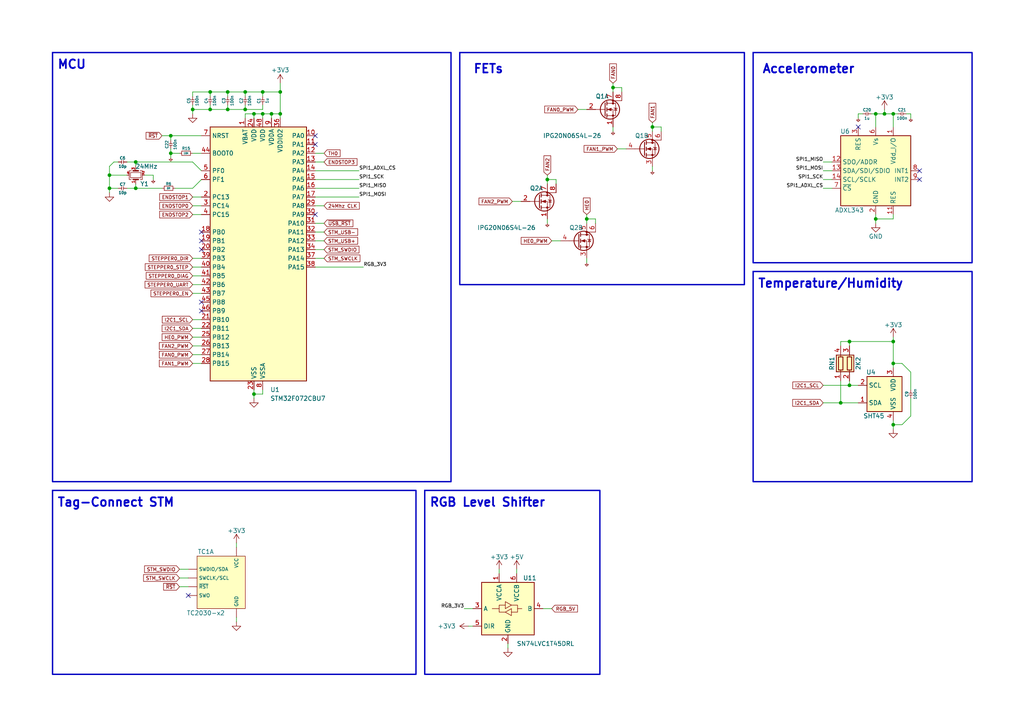
<source format=kicad_sch>
(kicad_sch (version 20230121) (generator eeschema)
  (paper "A4")
  (lib_symbols
    (symbol "Device:Crystal_GND24_Small" (pin_names (offset 1.016) hide)
      (property "Reference" "Y" (at 1.27 4.445 0))
      (property "Value" "Crystal_GND24_Small" (at 1.27 2.54 0))
      (symbol "Crystal_GND24_Small_0_1"
        (rectangle (start -0.762 -1.524) (end 0.762 1.524))
        (polyline (pts (xy -1.27 -0.762) (xy -1.27 0.762)) (stroke (width 0.381)))
        (polyline (pts (xy 1.27 -0.762) (xy 1.27 0.762)) (stroke (width 0.381)))
        (polyline (pts (xy -1.27 -1.27) (xy -1.27 -1.905) (xy 1.27 -1.905) (xy 1.27 -1.27)))
        (polyline (pts (xy -1.27 1.27) (xy -1.27 1.905) (xy 1.27 1.905) (xy 1.27 1.27)))
      )
      (symbol "Crystal_GND24_Small_1_1"
        (pin passive line (at -2.54 0 0) (length 1.27) (name "1") (number "1"))
        (pin passive line (at 0 -2.54 90) (length 0.635) (name "2") (number "2"))
        (pin passive line (at 2.54 0 180) (length 1.27) (name "3") (number "3"))
        (pin passive line (at 0 2.54 270) (length 0.635) (name "4") (number "4"))
      )
    )
    (symbol "Device:Q_Dual_NMOS_S1G1S2G2D2D2D1D1" (pin_names (offset 0) hide)
      (property "Reference" "Q" (at 5.08 1.27 0))
      (property "Value" "Q_Dual_NMOS_S1G1S2G2D2D2D1D1" (at 5.08 -1.27 0))
      (symbol "Q_Dual_NMOS_S1G1S2G2D2D2D1D1_0_1"
        (polyline (pts (xy 0.254 0) (xy -2.54 0)))
        (polyline (pts (xy 0.254 1.905) (xy 0.254 -1.905)) (stroke (width 0.254)))
        (polyline (pts (xy 0.762 -1.27) (xy 0.762 -2.286)) (stroke (width 0.254)))
        (polyline (pts (xy 0.762 0.508) (xy 0.762 -0.508)) (stroke (width 0.254)))
        (polyline (pts (xy 0.762 2.286) (xy 0.762 1.27)) (stroke (width 0.254)))
        (polyline (pts (xy 2.54 2.54) (xy 2.54 1.778)))
        (polyline (pts (xy 5.08 2.54) (xy 2.54 2.54)))
        (polyline (pts (xy 2.54 -2.54) (xy 2.54 0) (xy 0.762 0)))
        (polyline (pts (xy 0.762 -1.778) (xy 3.302 -1.778) (xy 3.302 1.778) (xy 0.762 1.778)))
        (polyline (pts (xy 1.016 0) (xy 2.032 0.381) (xy 2.032 -0.381) (xy 1.016 0)) (fill (type outline)))
        (polyline (pts (xy 2.794 0.508) (xy 2.921 0.381) (xy 3.683 0.381) (xy 3.81 0.254)))
        (polyline (pts (xy 3.302 0.381) (xy 2.921 -0.254) (xy 3.683 -0.254) (xy 3.302 0.381)))
        (circle (center 1.651 0) (radius 2.794) (stroke (width 0.254)))
        (circle (center 2.54 -1.778) (radius 0.254) (fill (type outline)))
        (circle (center 2.54 1.778) (radius 0.254) (fill (type outline)))
        (circle (center 2.54 2.54) (radius 0.254) (fill (type outline)))
      )
      (symbol "Q_Dual_NMOS_S1G1S2G2D2D2D1D1_1_1"
        (pin passive line (at 2.54 -5.08 90) (length 2.54) (name "S") (number "1"))
        (pin input line (at -5.08 0 0) (length 2.54) (name "G") (number "2"))
        (pin passive line (at 2.54 5.08 270) (length 2.54) (name "D") (number "7"))
        (pin passive line (at 5.08 5.08 270) (length 2.54) (name "D") (number "8"))
      )
      (symbol "Q_Dual_NMOS_S1G1S2G2D2D2D1D1_2_1"
        (pin passive line (at 2.54 -5.08 90) (length 2.54) (name "S") (number "3"))
        (pin input line (at -5.08 0 0) (length 2.54) (name "G") (number "4"))
        (pin passive line (at 2.54 5.08 270) (length 2.54) (name "D") (number "5"))
        (pin passive line (at 5.08 5.08 270) (length 2.54) (name "D") (number "6"))
      )
    )
    (symbol "Device:R_Pack02" (pin_names (offset 0) hide)
      (property "Reference" "RN" (at -5.08 0 90))
      (property "Value" "R_Pack02" (at 2.54 0 90))
      (symbol "R_Pack02_0_1"
        (rectangle (start -3.81 -2.413) (end 1.27 2.413) (stroke (width 0.254)) (fill (type background)))
        (rectangle (start -3.175 1.905) (end -1.905 -1.905) (stroke (width 0.254)))
        (rectangle (start -0.635 1.905) (end 0.635 -1.905) (stroke (width 0.254)))
        (polyline (pts (xy -2.54 -2.54) (xy -2.54 -1.905)))
        (polyline (pts (xy -2.54 1.905) (xy -2.54 2.54)))
        (polyline (pts (xy 0 -2.54) (xy 0 -1.905)))
        (polyline (pts (xy 0 1.905) (xy 0 2.54)))
      )
      (symbol "R_Pack02_1_1"
        (pin passive line (at -2.54 -5.08 90) (length 2.54) (name "R1.1") (number "1"))
        (pin passive line (at 0 -5.08 90) (length 2.54) (name "R2.1") (number "2"))
        (pin passive line (at 0 5.08 270) (length 2.54) (name "R2.2") (number "3"))
        (pin passive line (at -2.54 5.08 270) (length 2.54) (name "R1.2") (number "4"))
      )
    )
    (symbol "Logic_LevelTranslator:SN74LVC1T45DRL"
      (property "Reference" "U" (at -6.35 8.89 0))
      (property "Value" "SN74LVC1T45DRL" (at 3.81 8.89 0))
      (symbol "SN74LVC1T45DRL_0_1"
        (rectangle (start -7.62 7.62) (end 7.62 -7.62) (stroke (width 0.254)) (fill (type background)))
        (polyline (pts (xy -2.54 0) (xy -2.54 1.016) (xy -0.762 1.016)))
        (polyline (pts (xy 2.794 0) (xy 2.794 -1.016) (xy 1.016 -1.016)))
        (polyline (pts (xy -0.762 -1.016) (xy -2.54 -1.016) (xy -2.54 0) (xy -4.572 0)))
        (polyline (pts (xy -0.762 0) (xy -0.762 2.032) (xy 1.016 1.016) (xy -0.762 0)))
        (polyline (pts (xy 1.016 1.016) (xy 2.794 1.016) (xy 2.794 0) (xy 4.064 0)))
        (polyline (pts (xy 1.016 0) (xy 1.016 -1.778) (xy 1.016 -2.032) (xy -0.762 -1.016) (xy 1.016 0)))
      )
      (symbol "SN74LVC1T45DRL_1_1"
        (pin power_in line (at -2.54 10.16 270) (length 2.54) (name "VCCA") (number "1"))
        (pin power_in line (at 0 -10.16 90) (length 2.54) (name "GND") (number "2"))
        (pin bidirectional line (at -10.16 0 0) (length 2.54) (name "A") (number "3"))
        (pin bidirectional line (at 10.16 0 180) (length 2.54) (name "B") (number "4"))
        (pin input line (at -10.16 -5.08 0) (length 2.54) (name "DIR") (number "5"))
        (pin power_in line (at 2.54 10.16 270) (length 2.54) (name "VCCB") (number "6"))
      )
    )
    (symbol "MCU_ST_STM32F0:STM32F072CBUx"
      (property "Reference" "U" (at -12.7 39.37 0))
      (property "Value" "STM32F072CBUx" (at 10.16 39.37 0))
      (symbol "STM32F072CBUx_0_1"
        (rectangle (start -12.7 -35.56) (end 15.24 38.1) (stroke (width 0.254)) (fill (type background)))
      )
      (symbol "STM32F072CBUx_1_1"
        (pin power_in line (at -2.54 40.64 270) (length 2.54) (name "VBAT") (number "1"))
        (pin bidirectional line (at 17.78 35.56 180) (length 2.54) (name "PA0") (number "10"))
        (pin bidirectional line (at 17.78 33.02 180) (length 2.54) (name "PA1") (number "11"))
        (pin bidirectional line (at 17.78 30.48 180) (length 2.54) (name "PA2") (number "12"))
        (pin bidirectional line (at 17.78 27.94 180) (length 2.54) (name "PA3") (number "13"))
        (pin bidirectional line (at 17.78 25.4 180) (length 2.54) (name "PA4") (number "14"))
        (pin bidirectional line (at 17.78 22.86 180) (length 2.54) (name "PA5") (number "15"))
        (pin bidirectional line (at 17.78 20.32 180) (length 2.54) (name "PA6") (number "16"))
        (pin bidirectional line (at 17.78 17.78 180) (length 2.54) (name "PA7") (number "17"))
        (pin bidirectional line (at -15.24 7.62 0) (length 2.54) (name "PB0") (number "18"))
        (pin bidirectional line (at -15.24 5.08 0) (length 2.54) (name "PB1") (number "19"))
        (pin bidirectional line (at -15.24 17.78 0) (length 2.54) (name "PC13") (number "2"))
        (pin bidirectional line (at -15.24 2.54 0) (length 2.54) (name "PB2") (number "20"))
        (pin bidirectional line (at -15.24 -17.78 0) (length 2.54) (name "PB10") (number "21"))
        (pin bidirectional line (at -15.24 -20.32 0) (length 2.54) (name "PB11") (number "22"))
        (pin power_in line (at 0 -38.1 90) (length 2.54) (name "VSS") (number "23"))
        (pin power_in line (at 0 40.64 270) (length 2.54) (name "VDD") (number "24"))
        (pin bidirectional line (at -15.24 -22.86 0) (length 2.54) (name "PB12") (number "25"))
        (pin bidirectional line (at -15.24 -25.4 0) (length 2.54) (name "PB13") (number "26"))
        (pin bidirectional line (at -15.24 -27.94 0) (length 2.54) (name "PB14") (number "27"))
        (pin bidirectional line (at -15.24 -30.48 0) (length 2.54) (name "PB15") (number "28"))
        (pin bidirectional line (at 17.78 15.24 180) (length 2.54) (name "PA8") (number "29"))
        (pin bidirectional line (at -15.24 15.24 0) (length 2.54) (name "PC14") (number "3"))
        (pin bidirectional line (at 17.78 12.7 180) (length 2.54) (name "PA9") (number "30"))
        (pin bidirectional line (at 17.78 10.16 180) (length 2.54) (name "PA10") (number "31"))
        (pin bidirectional line (at 17.78 7.62 180) (length 2.54) (name "PA11") (number "32"))
        (pin bidirectional line (at 17.78 5.08 180) (length 2.54) (name "PA12") (number "33"))
        (pin bidirectional line (at 17.78 2.54 180) (length 2.54) (name "PA13") (number "34"))
        (pin passive line (at 0 -38.1 90) (length 2.54) hide (name "VSS") (number "35"))
        (pin power_in line (at 7.62 40.64 270) (length 2.54) (name "VDDIO2") (number "36"))
        (pin bidirectional line (at 17.78 0 180) (length 2.54) (name "PA14") (number "37"))
        (pin bidirectional line (at 17.78 -2.54 180) (length 2.54) (name "PA15") (number "38"))
        (pin bidirectional line (at -15.24 0 0) (length 2.54) (name "PB3") (number "39"))
        (pin bidirectional line (at -15.24 12.7 0) (length 2.54) (name "PC15") (number "4"))
        (pin bidirectional line (at -15.24 -2.54 0) (length 2.54) (name "PB4") (number "40"))
        (pin bidirectional line (at -15.24 -5.08 0) (length 2.54) (name "PB5") (number "41"))
        (pin bidirectional line (at -15.24 -7.62 0) (length 2.54) (name "PB6") (number "42"))
        (pin bidirectional line (at -15.24 -10.16 0) (length 2.54) (name "PB7") (number "43"))
        (pin input line (at -15.24 30.48 0) (length 2.54) (name "BOOT0") (number "44"))
        (pin bidirectional line (at -15.24 -12.7 0) (length 2.54) (name "PB8") (number "45"))
        (pin bidirectional line (at -15.24 -15.24 0) (length 2.54) (name "PB9") (number "46"))
        (pin passive line (at 0 -38.1 90) (length 2.54) hide (name "VSS") (number "47"))
        (pin power_in line (at 2.54 40.64 270) (length 2.54) (name "VDD") (number "48"))
        (pin passive line (at 0 -38.1 90) (length 2.54) hide (name "VSS") (number "49"))
        (pin bidirectional line (at -15.24 25.4 0) (length 2.54) (name "PF0") (number "5"))
        (pin bidirectional line (at -15.24 22.86 0) (length 2.54) (name "PF1") (number "6"))
        (pin input line (at -15.24 35.56 0) (length 2.54) (name "NRST") (number "7"))
        (pin power_in line (at 2.54 -38.1 90) (length 2.54) (name "VSSA") (number "8"))
        (pin power_in line (at 5.08 40.64 270) (length 2.54) (name "VDDA") (number "9"))
      )
    )
    (symbol "Sensor_Humidity:SHT4x"
      (property "Reference" "U" (at 0 8.89 0))
      (property "Value" "SHT4x" (at 0 6.35 0))
      (symbol "SHT4x_1_1"
        (rectangle (start -5.08 5.08) (end 5.08 -5.08) (stroke (width 0.254)) (fill (type background)))
        (pin bidirectional line (at -7.62 -2.54 0) (length 2.54) (name "SDA") (number "1"))
        (pin input line (at -7.62 2.54 0) (length 2.54) (name "SCL") (number "2"))
        (pin power_in line (at 2.54 7.62 270) (length 2.54) (name "VDD") (number "3"))
        (pin power_in line (at 2.54 -7.62 90) (length 2.54) (name "VSS") (number "4"))
      )
    )
    (symbol "Sensor_Motion:ADXL343"
      (property "Reference" "U" (at -8.89 11.43 0))
      (property "Value" "ADXL343" (at -7.62 -11.43 0))
      (symbol "ADXL343_0_1"
        (rectangle (start -10.16 10.16) (end 10.16 -10.16) (stroke (width 0.254)) (fill (type background)))
      )
      (symbol "ADXL343_1_1"
        (pin power_in line (at 5.08 12.7 270) (length 2.54) (name "Vdd_I/O") (number "1"))
        (pin no_connect line (at -5.08 -10.16 90) (length 2.54) hide (name "NC") (number "10"))
        (pin passive line (at 5.08 -12.7 90) (length 2.54) (name "RES") (number "11"))
        (pin bidirectional line (at -12.7 2.54 0) (length 2.54) (name "SDO/ADDR") (number "12"))
        (pin bidirectional line (at -12.7 0 0) (length 2.54) (name "SDA/SDI/SDIO") (number "13"))
        (pin input line (at -12.7 -2.54 0) (length 2.54) (name "SCL/SCLK") (number "14"))
        (pin power_in line (at 0 -12.7 90) (length 2.54) (name "GND") (number "2"))
        (pin passive line (at -5.08 12.7 270) (length 2.54) (name "RES") (number "3"))
        (pin passive line (at 0 -12.7 90) (length 2.54) hide (name "GND") (number "4"))
        (pin passive line (at 0 -12.7 90) (length 2.54) hide (name "GND") (number "5"))
        (pin power_in line (at 0 12.7 270) (length 2.54) (name "Vs") (number "6"))
        (pin input line (at -12.7 -5.08 0) (length 2.54) (name "~{CS}") (number "7"))
        (pin output line (at 12.7 0 180) (length 2.54) (name "INT1") (number "8"))
        (pin output line (at 12.7 -2.54 180) (length 2.54) (name "INT2") (number "9"))
      )
    )
    (symbol "power:+3V3" (power) (pin_names (offset 0))
      (property "Value" "+3V3" (at 0 3.556 0))
      (symbol "+3V3_0_1"
        (polyline (pts (xy -0.762 1.27) (xy 0 2.54)))
        (polyline (pts (xy 0 0) (xy 0 2.54)))
        (polyline (pts (xy 0 2.54) (xy 0.762 1.27)))
      )
      (symbol "+3V3_1_1"
        (pin power_in line (at 0 0 90) (length 0) hide (name "+3V3") (number "1"))
      )
    )
    (symbol "power:+5V" (power) (pin_names (offset 0))
      (property "Value" "+5V" (at 0 3.556 0))
      (symbol "+5V_0_1"
        (polyline (pts (xy -0.762 1.27) (xy 0 2.54)))
        (polyline (pts (xy 0 0) (xy 0 2.54)))
        (polyline (pts (xy 0 2.54) (xy 0.762 1.27)))
      )
      (symbol "+5V_1_1"
        (pin power_in line (at 0 0 90) (length 0) hide (name "+5V") (number "1"))
      )
    )
    (symbol "power:GND" (power) (pin_names (offset 0))
      (property "Value" "GND" (at 0 -3.81 0))
      (symbol "GND_0_1"
        (polyline (pts (xy 0 0) (xy 0 -1.27) (xy 1.27 -1.27) (xy 0 -2.54) (xy -1.27 -1.27) (xy 0 -1.27)))
      )
      (symbol "GND_1_1"
        (pin power_in line (at 0 0 270) (length 0) hide (name "GND") (number "1"))
      )
    )
    (symbol "sh:TC2030-x2" (pin_numbers hide)
      (property "Reference" "TC" (at -3.81 11.43 0))
      (property "Value" "TC2030-x2" (at -3.81 -6.35 0))
      (symbol "TC2030-x2_0_1"
        (rectangle (start -6.35 10.16) (end 7.62 -5.08) (fill (type background)))
      )
      (symbol "TC2030-x2_1_1"
        (pin power_in line (at 5.08 12.7 270) (length 2.54) (name "VCC") (number "1"))
        (pin input line (at -8.89 6.35 0) (length 2.54) (name "SWDIO/SDA") (number "2"))
        (pin input line (at -8.89 1.27 0) (length 2.54) (name "~{RST}") (number "3"))
        (pin input line (at -8.89 3.81 0) (length 2.54) (name "SWCLK/SCL") (number "4"))
        (pin power_in line (at 5.08 -7.62 90) (length 2.54) (name "GND") (number "5"))
        (pin input line (at -8.89 -1.27 0) (length 2.54) (name "SWO") (number "6"))
      )
      (symbol "TC2030-x2_2_1"
        (pin input line (at -8.89 3.81 0) (length 2.54) (name "SWCLK/SCL") (number "10"))
        (pin input line (at -8.89 -1.27 0) (length 2.54) (name "SWO") (number "11"))
        (pin power_in line (at 5.08 -7.62 90) (length 2.54) (name "GND") (number "12"))
        (pin power_in line (at 5.08 12.7 270) (length 2.54) (name "VCC") (number "7"))
        (pin input line (at -8.89 6.35 0) (length 2.54) (name "SWDIO/SDA") (number "8"))
        (pin input line (at -8.89 1.27 0) (length 2.54) (name "~{RST}") (number "9"))
      )
    )
    (symbol "sh_generics:C" (pin_numbers hide) (pin_names (offset 0.254))
      (property "Reference" "C" (at -1.143 0 90))
      (property "Value" "C" (at 1.27 0 90))
      (symbol "C_0_1"
        (polyline (pts (xy -0.508 -0.254) (xy 0.508 -0.254)))
        (polyline (pts (xy -0.508 0.254) (xy 0.508 0.254)))
      )
      (symbol "C_1_1"
        (pin passive line (at 0 -1.27 90) (length 1) (name "") (number "1"))
        (pin passive line (at 0 1.27 270) (length 1) (name "") (number "2"))
      )
    )
    (symbol "sh_generics:R" (pin_numbers hide) (pin_names (offset 0))
      (property "Reference" "R" (at -1.397 0.635 90))
      (property "Value" "R" (at 0 0.635 90))
      (symbol "R_0_1"
        (rectangle (start -0.635 1.905) (end 0.635 -0.635))
      )
      (symbol "R_1_1"
        (pin passive line (at 0 2.54 270) (length 0.6) (name "") (number "1"))
        (pin passive line (at 0 -1.27 90) (length 0.6) (name "") (number "2"))
      )
    )
    (symbol "sh_power:GND" (power) (pin_names (offset 0))
      (symbol "GND_0_1"
        (polyline (pts (xy 0 0) (xy 0 -0.508) (xy 0.508 -0.508) (xy 0 -1.016) (xy -0.508 -0.508) (xy 0 -0.508)))
      )
      (symbol "GND_1_1"
        (pin power_in line (at 0 0 270) (length 0) hide (name "GND") (number "1"))
      )
    )
  )
  (junction (at 76.2 26.67))
  (junction (at 81.28 26.67))
  (junction (at 73.66 33.02))
  (junction (at 66.04 26.67))
  (junction (at 259.08 33.02))
  (junction (at 78.74 33.02))
  (junction (at 71.12 26.67))
  (junction (at 39.37 46.99))
  (junction (at 49.53 39.37))
  (junction (at 259.08 123.19))
  (junction (at 259.08 105.41))
  (junction (at 66.04 31.75))
  (junction (at 39.37 54.61))
  (junction (at 189.23 36.83))
  (junction (at 60.96 26.67))
  (junction (at 246.38 99.06))
  (junction (at 243.84 116.84))
  (junction (at 31.75 54.61))
  (junction (at 158.75 52.07))
  (junction (at 259.08 99.06))
  (junction (at 76.2 33.02))
  (junction (at 170.18 63.5))
  (junction (at 73.66 114.3))
  (junction (at 49.53 44.45))
  (junction (at 254 63.5))
  (junction (at 31.75 50.8))
  (junction (at 60.96 31.75))
  (junction (at 256.54 33.02))
  (junction (at 55.88 31.75))
  (junction (at 254 33.02))
  (junction (at 246.38 111.76))
  (junction (at 177.8 25.4))
  (junction (at 81.28 33.02))
  (junction (at 71.12 31.75))
  (no_connect (at 91.44 41.91))
  (no_connect (at 58.42 90.17))
  (no_connect (at 58.42 67.31))
  (no_connect (at 54.61 172.72))
  (no_connect (at 248.92 36.83))
  (no_connect (at 91.44 39.37))
  (no_connect (at 266.7 49.53))
  (no_connect (at 58.42 72.39))
  (no_connect (at 58.42 69.85))
  (no_connect (at 58.42 87.63))
  (no_connect (at 91.44 62.23))
  (no_connect (at 266.7 52.07))
  (wire (pts (xy 52.07 165.1) (xy 54.61 165.1)))
  (wire (pts (xy 238.76 52.07) (xy 241.3 52.07)))
  (wire (pts (xy 189.23 38.1) (xy 189.23 36.83)))
  (wire (pts (xy 60.96 26.67) (xy 60.96 27.94)))
  (wire (pts (xy 254 62.23) (xy 254 63.5)))
  (wire (pts (xy 34.29 46.99) (xy 33.02 46.99)))
  (wire (pts (xy 91.44 57.15) (xy 104.14 57.15)))
  (wire (pts (xy 148.59 58.42) (xy 151.13 58.42)))
  (wire (pts (xy 81.28 34.29) (xy 81.28 33.02)))
  (wire (pts (xy 167.64 31.75) (xy 170.18 31.75)))
  (wire (pts (xy 91.44 59.69) (xy 93.98 59.69)))
  (wire (pts (xy 160.02 69.85) (xy 162.56 69.85)))
  (wire (pts (xy 238.76 54.61) (xy 241.3 54.61)))
  (wire (pts (xy 91.44 52.07) (xy 104.14 52.07)))
  (wire (pts (xy 55.88 77.47) (xy 58.42 77.47)))
  (wire (pts (xy 170.18 64.77) (xy 170.18 63.5)))
  (wire (pts (xy 238.76 116.84) (xy 243.84 116.84)))
  (wire (pts (xy 246.38 99.06) (xy 246.38 100.33)))
  (wire (pts (xy 177.8 25.4) (xy 177.8 24.13)))
  (wire (pts (xy 81.28 26.67) (xy 76.2 26.67)))
  (wire (pts (xy 55.88 31.75) (xy 55.88 30.48)))
  (wire (pts (xy 158.75 63.5) (xy 158.75 64.77)))
  (wire (pts (xy 144.78 165.1) (xy 144.78 166.37)))
  (wire (pts (xy 256.54 33.02) (xy 259.08 33.02)))
  (wire (pts (xy 170.18 63.5) (xy 172.72 63.5)))
  (wire (pts (xy 81.28 24.13) (xy 81.28 26.67)))
  (wire (pts (xy 246.38 111.76) (xy 248.92 111.76)))
  (wire (pts (xy 73.66 114.3) (xy 76.2 114.3)))
  (wire (pts (xy 71.12 30.48) (xy 71.12 31.75)))
  (wire (pts (xy 158.75 52.07) (xy 158.75 50.8)))
  (wire (pts (xy 259.08 123.19) (xy 259.08 124.46)))
  (wire (pts (xy 91.44 72.39) (xy 93.98 72.39)))
  (wire (pts (xy 44.45 50.8) (xy 44.45 52.07)))
  (wire (pts (xy 91.44 69.85) (xy 93.98 69.85)))
  (wire (pts (xy 76.2 113.03) (xy 76.2 114.3)))
  (wire (pts (xy 55.88 59.69) (xy 58.42 59.69)))
  (wire (pts (xy 238.76 111.76) (xy 246.38 111.76)))
  (wire (pts (xy 31.75 48.26) (xy 31.75 50.8)))
  (wire (pts (xy 76.2 26.67) (xy 76.2 27.94)))
  (wire (pts (xy 248.92 33.02) (xy 248.92 34.29)))
  (wire (pts (xy 55.88 92.71) (xy 58.42 92.71)))
  (wire (pts (xy 76.2 33.02) (xy 78.74 33.02)))
  (wire (pts (xy 55.88 62.23) (xy 58.42 62.23)))
  (wire (pts (xy 50.8 54.61) (xy 55.88 54.61)))
  (wire (pts (xy 259.08 33.02) (xy 260.35 33.02)))
  (wire (pts (xy 189.23 36.83) (xy 189.23 35.56)))
  (wire (pts (xy 264.16 115.57) (xy 264.16 120.65)))
  (wire (pts (xy 238.76 46.99) (xy 241.3 46.99)))
  (wire (pts (xy 33.02 46.99) (xy 31.75 48.26)))
  (wire (pts (xy 91.44 49.53) (xy 104.14 49.53)))
  (wire (pts (xy 55.88 74.93) (xy 58.42 74.93)))
  (wire (pts (xy 76.2 30.48) (xy 76.2 31.75)))
  (wire (pts (xy 259.08 121.92) (xy 259.08 123.19)))
  (wire (pts (xy 254 63.5) (xy 254 64.77)))
  (wire (pts (xy 191.77 36.83) (xy 191.77 38.1)))
  (wire (pts (xy 259.08 99.06) (xy 259.08 105.41)))
  (wire (pts (xy 31.75 50.8) (xy 31.75 54.61)))
  (wire (pts (xy 55.88 26.67) (xy 55.88 27.94)))
  (wire (pts (xy 134.62 176.53) (xy 137.16 176.53)))
  (wire (pts (xy 262.89 33.02) (xy 264.16 33.02)))
  (wire (pts (xy 170.18 74.93) (xy 170.18 76.2)))
  (wire (pts (xy 36.83 46.99) (xy 39.37 46.99)))
  (wire (pts (xy 256.54 33.02) (xy 254 33.02)))
  (wire (pts (xy 66.04 30.48) (xy 66.04 31.75)))
  (wire (pts (xy 78.74 34.29) (xy 78.74 33.02)))
  (wire (pts (xy 68.58 179.07) (xy 68.58 180.34)))
  (wire (pts (xy 73.66 34.29) (xy 73.66 33.02)))
  (wire (pts (xy 60.96 30.48) (xy 60.96 31.75)))
  (wire (pts (xy 55.88 31.75) (xy 55.88 33.02)))
  (wire (pts (xy 71.12 34.29) (xy 71.12 33.02)))
  (wire (pts (xy 91.44 74.93) (xy 93.98 74.93)))
  (wire (pts (xy 49.53 43.18) (xy 49.53 44.45)))
  (wire (pts (xy 189.23 48.26) (xy 189.23 49.53)))
  (wire (pts (xy 149.86 165.1) (xy 149.86 166.37)))
  (wire (pts (xy 55.88 54.61) (xy 58.42 52.07)))
  (wire (pts (xy 246.38 99.06) (xy 259.08 99.06)))
  (wire (pts (xy 71.12 26.67) (xy 71.12 27.94)))
  (wire (pts (xy 161.29 52.07) (xy 161.29 53.34)))
  (wire (pts (xy 243.84 99.06) (xy 246.38 99.06)))
  (wire (pts (xy 170.18 63.5) (xy 170.18 62.23)))
  (wire (pts (xy 66.04 31.75) (xy 60.96 31.75)))
  (wire (pts (xy 147.32 186.69) (xy 147.32 187.96)))
  (wire (pts (xy 49.53 44.45) (xy 52.07 44.45)))
  (wire (pts (xy 52.07 170.18) (xy 54.61 170.18)))
  (wire (pts (xy 60.96 31.75) (xy 55.88 31.75)))
  (wire (pts (xy 31.75 54.61) (xy 31.75 55.88)))
  (wire (pts (xy 55.88 80.01) (xy 58.42 80.01)))
  (wire (pts (xy 71.12 31.75) (xy 66.04 31.75)))
  (wire (pts (xy 259.08 97.79) (xy 259.08 99.06)))
  (wire (pts (xy 91.44 67.31) (xy 93.98 67.31)))
  (wire (pts (xy 180.34 25.4) (xy 180.34 26.67)))
  (wire (pts (xy 55.88 105.41) (xy 58.42 105.41)))
  (wire (pts (xy 76.2 31.75) (xy 71.12 31.75)))
  (wire (pts (xy 179.07 43.18) (xy 181.61 43.18)))
  (wire (pts (xy 55.88 102.87) (xy 58.42 102.87)))
  (wire (pts (xy 66.04 26.67) (xy 60.96 26.67)))
  (wire (pts (xy 264.16 113.03) (xy 264.16 107.95)))
  (wire (pts (xy 158.75 52.07) (xy 161.29 52.07)))
  (wire (pts (xy 264.16 107.95) (xy 261.62 105.41)))
  (wire (pts (xy 36.83 54.61) (xy 39.37 54.61)))
  (wire (pts (xy 31.75 50.8) (xy 36.83 50.8)))
  (wire (pts (xy 256.54 31.75) (xy 256.54 33.02)))
  (wire (pts (xy 135.89 181.61) (xy 137.16 181.61)))
  (wire (pts (xy 91.44 77.47) (xy 105.41 77.47)))
  (wire (pts (xy 55.88 44.45) (xy 58.42 44.45)))
  (wire (pts (xy 264.16 33.02) (xy 264.16 34.29)))
  (wire (pts (xy 52.07 167.64) (xy 54.61 167.64)))
  (wire (pts (xy 39.37 53.34) (xy 39.37 54.61)))
  (wire (pts (xy 55.88 97.79) (xy 58.42 97.79)))
  (wire (pts (xy 252.73 33.02) (xy 254 33.02)))
  (wire (pts (xy 66.04 26.67) (xy 66.04 27.94)))
  (wire (pts (xy 177.8 25.4) (xy 180.34 25.4)))
  (wire (pts (xy 81.28 26.67) (xy 81.28 33.02)))
  (wire (pts (xy 73.66 114.3) (xy 73.66 115.57)))
  (wire (pts (xy 91.44 46.99) (xy 93.98 46.99)))
  (wire (pts (xy 39.37 46.99) (xy 39.37 48.26)))
  (wire (pts (xy 76.2 33.02) (xy 73.66 33.02)))
  (wire (pts (xy 177.8 26.67) (xy 177.8 25.4)))
  (wire (pts (xy 158.75 53.34) (xy 158.75 52.07)))
  (wire (pts (xy 254 33.02) (xy 254 36.83)))
  (wire (pts (xy 68.58 157.48) (xy 68.58 158.75)))
  (wire (pts (xy 259.08 62.23) (xy 259.08 63.5)))
  (wire (pts (xy 76.2 26.67) (xy 71.12 26.67)))
  (wire (pts (xy 243.84 116.84) (xy 248.92 116.84)))
  (wire (pts (xy 60.96 26.67) (xy 55.88 26.67)))
  (wire (pts (xy 91.44 44.45) (xy 93.98 44.45)))
  (wire (pts (xy 157.48 176.53) (xy 160.02 176.53)))
  (wire (pts (xy 264.16 120.65) (xy 261.62 123.19)))
  (wire (pts (xy 49.53 39.37) (xy 49.53 40.64)))
  (wire (pts (xy 55.88 46.99) (xy 58.42 49.53)))
  (wire (pts (xy 71.12 26.67) (xy 66.04 26.67)))
  (wire (pts (xy 81.28 33.02) (xy 78.74 33.02)))
  (wire (pts (xy 73.66 33.02) (xy 71.12 33.02)))
  (wire (pts (xy 259.08 105.41) (xy 259.08 106.68)))
  (wire (pts (xy 91.44 54.61) (xy 104.14 54.61)))
  (wire (pts (xy 46.99 39.37) (xy 49.53 39.37)))
  (wire (pts (xy 55.88 57.15) (xy 58.42 57.15)))
  (wire (pts (xy 259.08 33.02) (xy 259.08 36.83)))
  (wire (pts (xy 31.75 54.61) (xy 34.29 54.61)))
  (wire (pts (xy 248.92 33.02) (xy 250.19 33.02)))
  (wire (pts (xy 172.72 63.5) (xy 172.72 64.77)))
  (wire (pts (xy 189.23 36.83) (xy 191.77 36.83)))
  (wire (pts (xy 55.88 95.25) (xy 58.42 95.25)))
  (wire (pts (xy 49.53 44.45) (xy 49.53 45.72)))
  (wire (pts (xy 243.84 99.06) (xy 243.84 100.33)))
  (wire (pts (xy 91.44 64.77) (xy 93.98 64.77)))
  (wire (pts (xy 73.66 113.03) (xy 73.66 114.3)))
  (wire (pts (xy 259.08 105.41) (xy 261.62 105.41)))
  (wire (pts (xy 55.88 100.33) (xy 58.42 100.33)))
  (wire (pts (xy 39.37 46.99) (xy 55.88 46.99)))
  (wire (pts (xy 243.84 110.49) (xy 243.84 116.84)))
  (wire (pts (xy 246.38 110.49) (xy 246.38 111.76)))
  (wire (pts (xy 259.08 123.19) (xy 261.62 123.19)))
  (wire (pts (xy 76.2 34.29) (xy 76.2 33.02)))
  (wire (pts (xy 55.88 82.55) (xy 58.42 82.55)))
  (wire (pts (xy 254 63.5) (xy 259.08 63.5)))
  (wire (pts (xy 238.76 49.53) (xy 241.3 49.53)))
  (wire (pts (xy 177.8 36.83) (xy 177.8 38.1)))
  (wire (pts (xy 55.88 85.09) (xy 58.42 85.09)))
  (wire (pts (xy 49.53 39.37) (xy 58.42 39.37)))
  (wire (pts (xy 41.91 50.8) (xy 44.45 50.8)))
  (wire (pts (xy 39.37 54.61) (xy 46.99 54.61)))
  (rectangle (start 15.24 142.24) (end 120.65 195.58) (stroke (width 0.4)))
  (rectangle (start 218.44 15.24) (end 281.94 76.2) (stroke (width 0.4)))
  (rectangle (start 218.44 78.74) (end 281.94 139.7) (stroke (width 0.4)))
  (rectangle (start 15.24 15.24) (end 130.81 139.7) (stroke (width 0.4)))
  (rectangle (start 133.35 15.24) (end 215.9 82.55) (stroke (width 0.4)))
  (rectangle (start 123.19 142.24) (end 173.99 195.58) (stroke (width 0.4)))
  (text "MCU" (at 16.51 20.32 0) (effects (font (size 2.5 2.5) (thickness 0.5) bold) (justify left bottom)))
  (text "Tag-Connect STM" (at 16.51 147.32 0) (effects (font (size 2.5 2.5) (thickness 0.5) bold) (justify left bottom)))
  (text "Accelerometer" (at 220.98 21.59 0) (effects (font (size 2.5 2.5) (thickness 0.5) bold) (justify left bottom)))
  (text "Temperature/Humidity" (at 219.71 83.82 0) (effects (font (size 2.5 2.5) (thickness 0.5) bold) (justify left bottom)))
  (text "FETs" (at 137.16 21.59 0) (effects (font (size 2.5 2.5) (thickness 0.5) bold) (justify left bottom)))
  (text "RGB Level Shifter" (at 124.46 147.32 0) (effects (font (size 2.5 2.5) (thickness 0.5) bold) (justify left bottom)))
  (label "SPI1_MOSI" (at 104.14 57.15 0) (effects (font (size 1 1))))
  (label "SPI1_MOSI" (at 238.76 49.53 180) (effects (font (size 1 1))))
  (label "RGB_3V3" (at 134.62 176.53 180) (effects (font (size 1 1))))
  (label "SPI1_MISO" (at 104.14 54.61 0) (effects (font (size 1 1))))
  (label "SPI1_SCK" (at 238.76 52.07 180) (effects (font (size 1 1))))
  (label "SPI1_MISO" (at 238.76 46.99 180) (effects (font (size 1 1))))
  (label "RGB_3V3" (at 105.41 77.47 0) (effects (font (size 1 1))))
  (label "SPI1_ADXL_CS" (at 238.76 54.61 180) (effects (font (size 1 1))))
  (label "SPI1_ADXL_CS" (at 104.14 49.53 0) (effects (font (size 1 1))))
  (label "SPI1_SCK" (at 104.14 52.07 0) (effects (font (size 1 1))))
  (global_label "RGB_5V" (shape input) (at 160.02 176.53 0) (effects (font (size 1 1))) (property "Intersheetrefs" "${INTERSHEET_REFS}" (effects hide)))
  (global_label "STM_SWDIO" (shape input) (at 93.98 72.39 0) (effects (font (size 1 1))) (property "Intersheetrefs" "${INTERSHEET_REFS}" (effects hide)))
  (global_label "24Mhz CLK" (shape input) (at 93.98 59.69 0) (effects (font (size 1 1))) (property "Intersheetrefs" "${INTERSHEET_REFS}" (effects hide)))
  (global_label "FAN0_PWM" (shape input) (at 167.64 31.75 180) (effects (font (size 1 1))) (property "Intersheetrefs" "${INTERSHEET_REFS}" (effects hide)))
  (global_label "FAN0_PWM" (shape input) (at 55.88 102.87 180) (effects (font (size 1 1))) (property "Intersheetrefs" "${INTERSHEET_REFS}" (effects hide)))
  (global_label "ENDSTOP1" (shape input) (at 55.88 57.15 180) (effects (font (size 1 1))) (property "Intersheetrefs" "${INTERSHEET_REFS}" (effects hide)))
  (global_label "ENDSTOP3" (shape input) (at 93.98 46.99 0) (effects (font (size 1 1))) (property "Intersheetrefs" "${INTERSHEET_REFS}" (effects hide)))
  (global_label "HE0_PWM" (shape input) (at 55.88 97.79 180) (effects (font (size 1 1))) (property "Intersheetrefs" "${INTERSHEET_REFS}" (effects hide)))
  (global_label "I2C1_SDA" (shape input) (at 238.76 116.84 180) (effects (font (size 1 1))) (property "Intersheetrefs" "${INTERSHEET_REFS}" (effects hide)))
  (global_label "I2C1_SCL" (shape input) (at 238.76 111.76 180) (effects (font (size 1 1))) (property "Intersheetrefs" "${INTERSHEET_REFS}" (effects hide)))
  (global_label "~{USB_RST}" (shape input) (at 93.98 64.77 0) (effects (font (size 1 1))) (property "Intersheetrefs" "${INTERSHEET_REFS}" (effects hide)))
  (global_label "FAN1_PWM" (shape input) (at 179.07 43.18 180) (effects (font (size 1 1))) (property "Intersheetrefs" "${INTERSHEET_REFS}" (effects hide)))
  (global_label "STM_SWCLK" (shape input) (at 52.07 167.64 180) (effects (font (size 1 1))) (property "Intersheetrefs" "${INTERSHEET_REFS}" (effects hide)))
  (global_label "STEPPER0_UART" (shape input) (at 55.88 82.55 180) (effects (font (size 1 1))) (property "Intersheetrefs" "${INTERSHEET_REFS}" (effects hide)))
  (global_label "STEPPER0_EN" (shape input) (at 55.88 85.09 180) (effects (font (size 1 1))) (property "Intersheetrefs" "${INTERSHEET_REFS}" (effects hide)))
  (global_label "~{RST}" (shape input) (at 52.07 170.18 180) (effects (font (size 1 1))) (property "Intersheetrefs" "${INTERSHEET_REFS}" (effects hide)))
  (global_label "FAN1_PWM" (shape input) (at 55.88 105.41 180) (effects (font (size 1 1))) (property "Intersheetrefs" "${INTERSHEET_REFS}" (effects hide)))
  (global_label "STEPPER0_STEP" (shape input) (at 55.88 77.47 180) (effects (font (size 1 1))) (property "Intersheetrefs" "${INTERSHEET_REFS}" (effects hide)))
  (global_label "ENDSTOP0" (shape input) (at 55.88 59.69 180) (effects (font (size 1 1))) (property "Intersheetrefs" "${INTERSHEET_REFS}" (effects hide)))
  (global_label "FAN0" (shape input) (at 177.8 24.13 90) (effects (font (size 1 1))) (property "Intersheetrefs" "${INTERSHEET_REFS}" (effects hide)))
  (global_label "~{RST}" (shape input) (at 46.99 39.37 180) (effects (font (size 1 1))) (property "Intersheetrefs" "${INTERSHEET_REFS}" (effects hide)))
  (global_label "STM_SWDIO" (shape input) (at 52.07 165.1 180) (effects (font (size 1 1))) (property "Intersheetrefs" "${INTERSHEET_REFS}" (effects hide)))
  (global_label "I2C1_SDA" (shape input) (at 55.88 95.25 180) (effects (font (size 1 1))) (property "Intersheetrefs" "${INTERSHEET_REFS}" (effects hide)))
  (global_label "FAN2_PWM" (shape input) (at 148.59 58.42 180) (effects (font (size 1 1))) (property "Intersheetrefs" "${INTERSHEET_REFS}" (effects hide)))
  (global_label "STM_USB-" (shape input) (at 93.98 67.31 0) (effects (font (size 1 1))) (property "Intersheetrefs" "${INTERSHEET_REFS}" (effects hide)))
  (global_label "FAN2" (shape input) (at 158.75 50.8 90) (effects (font (size 1 1))) (property "Intersheetrefs" "${INTERSHEET_REFS}" (effects hide)))
  (global_label "HE0_PWM" (shape input) (at 160.02 69.85 180) (effects (font (size 1 1))) (property "Intersheetrefs" "${INTERSHEET_REFS}" (effects hide)))
  (global_label "FAN1" (shape input) (at 189.23 35.56 90) (effects (font (size 1 1))) (property "Intersheetrefs" "${INTERSHEET_REFS}" (effects hide)))
  (global_label "STEPPER0_DIR" (shape input) (at 55.88 74.93 180) (effects (font (size 1 1))) (property "Intersheetrefs" "${INTERSHEET_REFS}" (effects hide)))
  (global_label "I2C1_SCL" (shape input) (at 55.88 92.71 180) (effects (font (size 1 1))) (property "Intersheetrefs" "${INTERSHEET_REFS}" (effects hide)))
  (global_label "FAN2_PWM" (shape input) (at 55.88 100.33 180) (effects (font (size 1 1))) (property "Intersheetrefs" "${INTERSHEET_REFS}" (effects hide)))
  (global_label "STM_USB+" (shape input) (at 93.98 69.85 0) (effects (font (size 1 1))) (property "Intersheetrefs" "${INTERSHEET_REFS}" (effects hide)))
  (global_label "TH0" (shape input) (at 93.98 44.45 0) (effects (font (size 1 1))) (property "Intersheetrefs" "${INTERSHEET_REFS}" (effects hide)))
  (global_label "HE0" (shape input) (at 170.18 62.23 90) (effects (font (size 1 1))) (property "Intersheetrefs" "${INTERSHEET_REFS}" (effects hide)))
  (global_label "STEPPER0_DIAG" (shape input) (at 55.88 80.01 180) (effects (font (size 1 1))) (property "Intersheetrefs" "${INTERSHEET_REFS}" (effects hide)))
  (global_label "STM_SWCLK" (shape input) (at 93.98 74.93 0) (effects (font (size 1 1))) (property "Intersheetrefs" "${INTERSHEET_REFS}" (effects hide)))
  (global_label "ENDSTOP2" (shape input) (at 55.88 62.23 180) (effects (font (size 1 1))) (property "Intersheetrefs" "${INTERSHEET_REFS}" (effects hide)))
  (symbol (lib_id "sh_power:GND") (at 170.18 76.2 0) (unit 1)
    (property "Reference" "#PWR052" (effects hide))
    (property "Value" "GND" (effects hide))
  )
  (symbol (lib_id "sh_generics:C") (at 71.12 29.21 0) (unit 1)
    (property "Reference" "C2" (at 69.977 29.21 90) (effects (font (size 0.8 0.8))))
    (property "Value" "100n" (at 72.39 29.21 90) (effects (font (size 0.8 0.8))))
    (property "Footprint" "Capacitor_SMD:C_0402_1005Metric" (effects hide))
  )
  (symbol (lib_id "power:+3V3") (at 144.78 165.1 0) (unit 1)
    (property "Reference" "#PWR038" (effects hide))
    (property "Value" "+3V3" (at 144.78 161.544 0))
  )
  (symbol (lib_id "power:+3V3") (at 256.54 31.75 0) (unit 1)
    (property "Reference" "#PWR026" (effects hide))
    (property "Value" "+3V3" (at 256.54 28.194 0))
  )
  (symbol (lib_id "power:+3V3") (at 135.89 181.61 90) (unit 1)
    (property "Reference" "#PWR040" (effects hide))
    (property "Value" "+3V3" (at 129.54 181.61 90))
  )
  (symbol (lib_id "sh_generics:C") (at 55.88 29.21 0) (unit 1)
    (property "Reference" "C5" (at 54.737 29.21 90) (effects (font (size 0.8 0.8))))
    (property "Value" "100n" (at 57.15 29.21 90) (effects (font (size 0.8 0.8))))
    (property "Footprint" "Capacitor_SMD:C_0402_1005Metric" (effects hide))
  )
  (symbol (lib_id "sh_generics:R") (at 53.34 44.45 270) (unit 1)
    (property "Reference" "R15" (at 53.975 43.053 90) (effects (font (size 0.8 0.8))))
    (property "Value" "10K" (at 53.975 44.45 90) (effects (font (size 0.5 0.5))))
    (property "Footprint" "Resistor_SMD:R_0402_1005Metric" (effects hide))
  )
  (symbol (lib_id "sh_generics:C") (at 60.96 29.21 0) (unit 1)
    (property "Reference" "C4" (at 59.817 29.21 90) (effects (font (size 0.8 0.8))))
    (property "Value" "100n" (at 62.23 29.21 90) (effects (font (size 0.8 0.8))))
    (property "Footprint" "Capacitor_SMD:C_0402_1005Metric" (effects hide))
  )
  (symbol (lib_id "Sensor_Humidity:SHT4x") (at 256.54 114.3 0) (unit 1)
    (property "Reference" "U4" (at 254 107.95 0) (effects (justify right)))
    (property "Value" "SHT45" (at 256.54 120.65 0) (effects (justify right)))
    (property "Footprint" "Sensor_Humidity:Sensirion_DFN-4_1.5x1.5mm_P0.8mm_SHT4x_NoCentralPad" (effects hide))
    (property "Datasheet" "https://sensirion.com/media/documents/33FD6951/624C4357/Datasheet_SHT4x.pdf" (effects hide))
  )
  (symbol (lib_id "sh_power:GND") (at 248.92 34.29 0) (unit 1)
    (property "Reference" "#PWR024" (effects hide))
    (property "Value" "GND" (effects hide))
  )
  (symbol (lib_id "sh_generics:C") (at 261.62 33.02 270) (unit 1)
    (property "Reference" "C21" (at 261.62 31.877 90) (effects (font (size 0.8 0.8))))
    (property "Value" "100n" (at 261.62 34.29 90) (effects (font (size 0.8 0.8))))
    (property "Footprint" "Capacitor_SMD:C_0402_1005Metric" (effects hide))
  )
  (symbol (lib_id "sh_power:GND") (at 49.53 45.72 0) (unit 1)
    (property "Reference" "#PWR034" (effects hide))
    (property "Value" "GND" (effects hide))
  )
  (symbol (lib_id "power:GND") (at 259.08 124.46 0) (unit 1)
    (property "Reference" "#PWR015" (effects hide))
    (property "Value" "GND" (effects hide))
  )
  (symbol (lib_id "Device:Q_Dual_NMOS_S1G1S2G2D2D2D1D1") (at 186.69 43.18 0) (unit 2)
    (property "Reference" "Q1" (at 184.15 39.37 0) (effects (justify left)))
    (property "Value" "IPG20N06S4L-26" (effects hide))
    (property "Footprint" "sh:Infineon_PG-TDSON-8-4" (effects hide))
  )
  (symbol (lib_id "power:GND") (at 254 64.77 0) (unit 1)
    (property "Reference" "#PWR022" (effects hide))
    (property "Value" "GND" (at 254 68.58 0))
  )
  (symbol (lib_id "sh_power:GND") (at 177.8 38.1 0) (unit 1)
    (property "Reference" "#PWR049" (effects hide))
    (property "Value" "GND" (effects hide))
  )
  (symbol (lib_id "MCU_ST_STM32F0:STM32F072CBUx") (at 73.66 74.93 0) (unit 1)
    (property "Reference" "U1" (at 78.3941 113.03 0) (effects (justify left)))
    (property "Value" "STM32F072CBU7" (at 78.3941 115.57 0) (effects (justify left)))
    (property "Footprint" "Package_DFN_QFN:QFN-48-1EP_7x7mm_P0.5mm_EP5.6x5.6mm" (effects hide))
    (property "Datasheet" "https://www.st.com/resource/en/datasheet/stm32f072cb.pdf" (effects hide))
  )
  (symbol (lib_id "Sensor_Motion:ADXL343") (at 254 49.53 0) (unit 1)
    (property "Reference" "U6" (at 245.11 38.1 0))
    (property "Value" "ADXL343" (at 246.38 60.96 0))
    (property "Footprint" "Package_LGA:LGA-14_3x5mm_P0.8mm_LayoutBorder1x6y" (effects hide))
    (property "Datasheet" "https://www.analog.com/media/en/technical-documentation/data-sheets/ADXL343.pdf" (effects hide))
  )
  (symbol (lib_id "power:GND") (at 31.75 55.88 0) (unit 1)
    (property "Reference" "#PWR09" (effects hide))
    (property "Value" "GND" (effects hide))
  )
  (symbol (lib_id "Logic_LevelTranslator:SN74LVC1T45DRL") (at 147.32 176.53 0) (unit 1)
    (property "Reference" "U11" (at 153.67 167.64 0))
    (property "Value" "SN74LVC1T45DRL" (at 149.86 186.69 0) (effects (justify left)))
    (property "Footprint" "Package_TO_SOT_SMD:SOT-563" (effects hide))
    (property "Datasheet" "http://www.ti.com/lit/ds/symlink/sn74lvc1t45.pdf" (effects hide))
  )
  (symbol (lib_id "Device:R_Pack02") (at 246.38 105.41 0) (unit 1)
    (property "Reference" "RN1" (at 241.3 105.41 90))
    (property "Value" "2K2" (at 248.92 105.41 90))
    (property "Footprint" "Resistor_SMD:R_Array_Convex_2x0402" (effects hide))
  )
  (symbol (lib_id "power:+3V3") (at 259.08 97.79 0) (unit 1)
    (property "Reference" "#PWR014" (effects hide))
    (property "Value" "+3V3" (at 259.08 94.234 0))
  )
  (symbol (lib_id "sh_generics:C") (at 264.16 114.3 0) (unit 1)
    (property "Reference" "C9" (at 263.017 114.3 90) (effects (font (size 0.8 0.8))))
    (property "Value" "100n" (at 265.43 114.3 90) (effects (font (size 0.8 0.8))))
    (property "Footprint" "Capacitor_SMD:C_0402_1005Metric" (effects hide))
  )
  (symbol (lib_id "sh:TC2030-x2") (at 63.5 171.45 0) (unit 1)
    (property "Reference" "TC1" (at 59.69 160.02 0))
    (property "Value" "TC2030-x2" (at 59.69 177.8 0))
    (property "Footprint" "sh:Double_Tag-Connect_TC2030-IDC-NL" (effects hide))
  )
  (symbol (lib_id "power:GND") (at 73.66 115.57 0) (unit 1)
    (property "Reference" "#PWR011" (effects hide))
    (property "Value" "GND" (effects hide))
  )
  (symbol (lib_id "sh_generics:C") (at 35.56 54.61 270) (unit 1)
    (property "Reference" "C7" (at 35.56 53.467 90) (effects (font (size 0.8 0.8))))
    (property "Value" "10p" (at 35.56 55.88 90) (effects (font (size 0.8 0.8))))
    (property "Footprint" "Capacitor_SMD:C_0402_1005Metric" (effects hide))
  )
  (symbol (lib_id "Device:Crystal_GND24_Small") (at 39.37 50.8 90) (unit 1)
    (property "Reference" "Y1" (at 43.18 53.34 90) (effects (justify left)))
    (property "Value" "24MHz" (at 45.72 48.26 90) (effects (justify left)))
    (property "Footprint" "Crystal:Crystal_SMD_2016-4Pin_2.0x1.6mm" (effects hide))
  )
  (symbol (lib_id "sh_power:GND") (at 189.23 49.53 0) (unit 1)
    (property "Reference" "#PWR050" (effects hide))
    (property "Value" "GND" (effects hide))
  )
  (symbol (lib_id "sh_power:GND") (at 44.45 52.07 0) (unit 1)
    (property "Reference" "#PWR04" (effects hide))
    (property "Value" "GND" (effects hide))
  )
  (symbol (lib_id "power:GND") (at 55.88 33.02 0) (unit 1)
    (property "Reference" "#PWR06" (effects hide))
    (property "Value" "GND" (effects hide))
  )
  (symbol (lib_id "power:GND") (at 68.58 180.34 0) (unit 1)
    (property "Reference" "#PWR05" (effects hide))
    (property "Value" "GND" (effects hide))
  )
  (symbol (lib_id "power:GND") (at 147.32 187.96 0) (unit 1)
    (property "Reference" "#PWR037" (effects hide))
    (property "Value" "GND" (effects hide))
  )
  (symbol (lib_id "power:+3V3") (at 81.28 24.13 0) (unit 1)
    (property "Reference" "#PWR01" (effects hide))
    (property "Value" "+3V3" (at 81.28 20.32 0))
  )
  (symbol (lib_id "sh_power:GND") (at 158.75 64.77 0) (unit 1)
    (property "Reference" "#PWR051" (effects hide))
    (property "Value" "GND" (effects hide))
  )
  (symbol (lib_id "power:+3V3") (at 68.58 157.48 0) (unit 1)
    (property "Reference" "#PWR07" (effects hide))
    (property "Value" "+3V3" (at 68.58 153.924 0))
  )
  (symbol (lib_id "sh_generics:C") (at 35.56 46.99 270) (unit 1)
    (property "Reference" "C6" (at 35.56 45.847 90) (effects (font (size 0.8 0.8))))
    (property "Value" "10p" (at 35.56 48.26 90) (effects (font (size 0.8 0.8))))
    (property "Footprint" "Capacitor_SMD:C_0402_1005Metric" (effects hide))
  )
  (symbol (lib_id "Device:Q_Dual_NMOS_S1G1S2G2D2D2D1D1") (at 156.21 58.42 0) (unit 1)
    (property "Reference" "Q2" (at 153.67 54.61 0) (effects (justify left)))
    (property "Value" "IPG20N06S4L-26" (at 138.43 66.04 0) (effects (justify left)))
    (property "Footprint" "sh:Infineon_PG-TDSON-8-4" (effects hide))
  )
  (symbol (lib_id "sh_generics:C") (at 66.04 29.21 0) (unit 1)
    (property "Reference" "C3" (at 64.897 29.21 90) (effects (font (size 0.8 0.8))))
    (property "Value" "100n" (at 67.31 29.21 90) (effects (font (size 0.8 0.8))))
    (property "Footprint" "Capacitor_SMD:C_0402_1005Metric" (effects hide))
  )
  (symbol (lib_id "sh_generics:R") (at 49.53 54.61 90) (unit 1)
    (property "Reference" "R6" (at 48.895 53.34 90) (effects (font (size 0.8 0.8))))
    (property "Value" "0R" (at 48.895 54.61 90) (effects (font (size 0.5 0.5))))
    (property "Footprint" "Resistor_SMD:R_0402_1005Metric" (effects hide))
  )
  (symbol (lib_id "Device:Q_Dual_NMOS_S1G1S2G2D2D2D1D1") (at 167.64 69.85 0) (unit 2)
    (property "Reference" "Q2" (at 165.1 66.04 0) (effects (justify left)))
    (property "Value" "IPG20N06S4L-26" (effects hide))
    (property "Footprint" "sh:Infineon_PG-TDSON-8-4" (effects hide))
  )
  (symbol (lib_id "sh_generics:C") (at 76.2 29.21 0) (unit 1)
    (property "Reference" "C1" (at 75.057 29.21 90) (effects (font (size 0.8 0.8))))
    (property "Value" "1u" (at 77.47 29.21 90) (effects (font (size 0.8 0.8))))
    (property "Footprint" "Capacitor_SMD:C_0402_1005Metric" (effects hide))
  )
  (symbol (lib_id "Device:Q_Dual_NMOS_S1G1S2G2D2D2D1D1") (at 175.26 31.75 0) (unit 1)
    (property "Reference" "Q1" (at 172.72 27.94 0) (effects (justify left)))
    (property "Value" "IPG20N06S4L-26" (at 157.48 39.37 0) (effects (justify left)))
    (property "Footprint" "sh:Infineon_PG-TDSON-8-4" (effects hide))
  )
  (symbol (lib_id "sh_power:GND") (at 264.16 34.29 0) (unit 1)
    (property "Reference" "#PWR023" (effects hide))
    (property "Value" "GND" (effects hide))
  )
  (symbol (lib_id "sh_generics:C") (at 49.53 41.91 0) (unit 1)
    (property "Reference" "C22" (at 48.387 41.91 90) (effects (font (size 0.8 0.8))))
    (property "Value" "100n" (at 50.8 41.91 90) (effects (font (size 0.8 0.8))))
    (property "Footprint" "Capacitor_SMD:C_0402_1005Metric" (effects hide))
  )
  (symbol (lib_id "power:+5V") (at 149.86 165.1 0) (unit 1)
    (property "Reference" "#PWR039" (effects hide))
    (property "Value" "+5V" (at 149.86 161.544 0))
  )
  (symbol (lib_id "sh_generics:C") (at 251.46 33.02 270) (unit 1)
    (property "Reference" "C20" (at 251.46 31.877 90) (effects (font (size 0.8 0.8))))
    (property "Value" "1u" (at 251.46 34.29 90) (effects (font (size 0.8 0.8))))
    (property "Footprint" "Capacitor_SMD:C_0402_1005Metric" (effects hide))
  )
)
</source>
